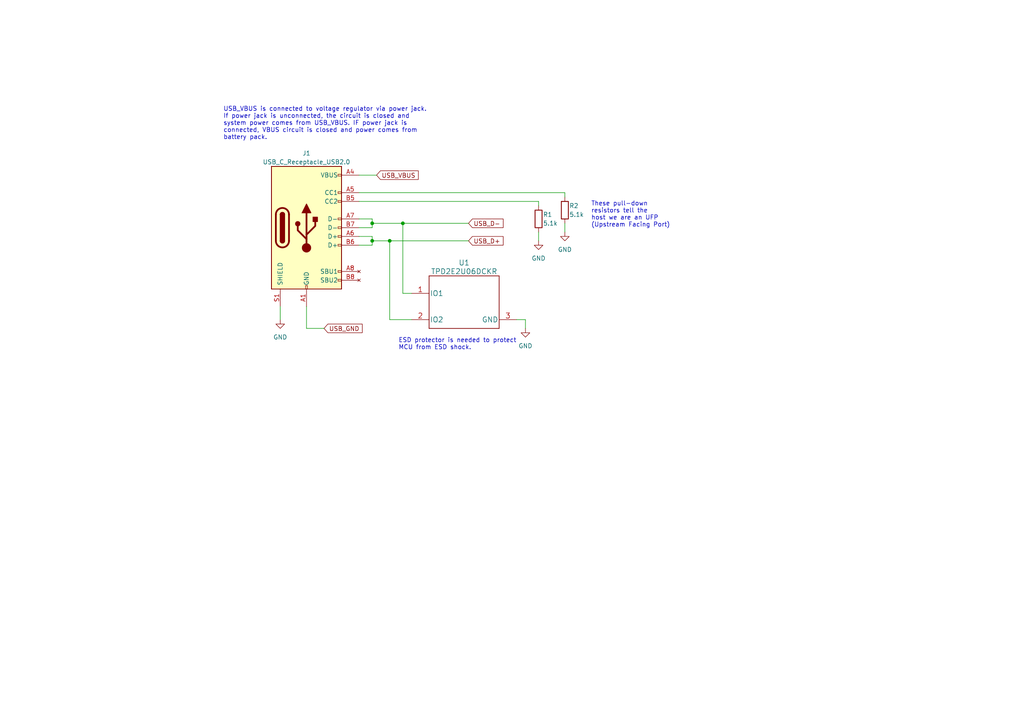
<source format=kicad_sch>
(kicad_sch (version 20230121) (generator eeschema)
  (paper "A4")
  (lib_symbols
    (symbol "Connector:USB_C_Receptacle_USB2.0" (pin_names (offset 1.016))
      (property "Reference" "J3" (at 0 21.59 0))
      (property "Value" "USB_C_Receptacle_USB2.0" (at 0 19.05 0))
      (symbol "USB_C_Receptacle_USB2.0_0_0"
        (rectangle (start -0.254 -17.78) (end 0.254 -16.764))
        (rectangle (start 10.16 -14.986) (end 9.144 -15.494))
        (rectangle (start 10.16 -12.446) (end 9.144 -12.954))
        (rectangle (start 10.16 -4.826) (end 9.144 -5.334))
        (rectangle (start 10.16 -2.286) (end 9.144 -2.794))
        (rectangle (start 10.16 0.254) (end 9.144 -0.254))
        (rectangle (start 10.16 2.794) (end 9.144 2.286))
        (rectangle (start 10.16 7.874) (end 9.144 7.366))
        (rectangle (start 10.16 10.414) (end 9.144 9.906))
        (rectangle (start 10.16 15.494) (end 9.144 14.986))
      )
      (symbol "USB_C_Receptacle_USB2.0_0_1"
        (rectangle (start -10.16 17.78) (end 10.16 -17.78) (stroke (width 0.254)) (fill (type background)))
        (arc (start -8.89 -3.81) (mid -6.985 -5.7067) (end -5.08 -3.81) (stroke (width 0.508)))
        (arc (start -7.62 -3.81) (mid -6.985 -4.4423) (end -6.35 -3.81) (stroke (width 0.254)))
        (arc (start -7.62 -3.81) (mid -6.985 -4.4423) (end -6.35 -3.81) (stroke (width 0.254)) (fill (type outline)))
        (rectangle (start -7.62 -3.81) (end -6.35 3.81) (stroke (width 0.254)) (fill (type outline)))
        (arc (start -6.35 3.81) (mid -6.985 4.4423) (end -7.62 3.81) (stroke (width 0.254)))
        (arc (start -6.35 3.81) (mid -6.985 4.4423) (end -7.62 3.81) (stroke (width 0.254)) (fill (type outline)))
        (arc (start -5.08 3.81) (mid -6.985 5.7067) (end -8.89 3.81) (stroke (width 0.508)))
        (circle (center -2.54 1.143) (radius 0.635) (stroke (width 0.254)) (fill (type outline)))
        (circle (center 0 -5.842) (radius 1.27) (fill (type outline)))
        (polyline (pts (xy -8.89 -3.81) (xy -8.89 3.81)) (stroke (width 0.508)))
        (polyline (pts (xy -5.08 3.81) (xy -5.08 -3.81)) (stroke (width 0.508)))
        (polyline (pts (xy 0 -5.842) (xy 0 4.318)) (stroke (width 0.508)))
        (polyline (pts (xy 0 -3.302) (xy -2.54 -0.762) (xy -2.54 0.508)) (stroke (width 0.508)))
        (polyline (pts (xy 0 -2.032) (xy 2.54 0.508) (xy 2.54 1.778)) (stroke (width 0.508)))
        (polyline (pts (xy -1.27 4.318) (xy 0 6.858) (xy 1.27 4.318) (xy -1.27 4.318)) (stroke (width 0.254)) (fill (type outline)))
        (rectangle (start 1.905 1.778) (end 3.175 3.048) (stroke (width 0.254)) (fill (type outline)))
      )
      (symbol "USB_C_Receptacle_USB2.0_1_1"
        (pin passive line (at 0 -22.86 90) (length 5.08) (name "GND") (number "A1"))
        (pin passive line (at 0 -22.86 90) (length 5.08) hide (name "GND") (number "A12"))
        (pin passive line (at 15.24 15.24 180) (length 5.08) (name "VBUS") (number "A4"))
        (pin bidirectional line (at 15.24 10.16 180) (length 5.08) (name "CC1") (number "A5"))
        (pin bidirectional line (at 15.24 -2.54 180) (length 5.08) (name "D+") (number "A6"))
        (pin bidirectional line (at 15.24 2.54 180) (length 5.08) (name "D-") (number "A7"))
        (pin no_connect line (at 15.24 -12.7 180) (length 5.08) (name "SBU1") (number "A8"))
        (pin passive line (at 15.24 15.24 180) (length 5.08) hide (name "VBUS") (number "A9"))
        (pin passive line (at 0 -22.86 90) (length 5.08) hide (name "GND") (number "B1"))
        (pin passive line (at 0 -22.86 90) (length 5.08) hide (name "GND") (number "B12"))
        (pin passive line (at 15.24 15.24 180) (length 5.08) hide (name "VBUS") (number "B4"))
        (pin bidirectional line (at 15.24 7.62 180) (length 5.08) (name "CC2") (number "B5"))
        (pin bidirectional line (at 15.24 -5.08 180) (length 5.08) (name "D+") (number "B6"))
        (pin bidirectional line (at 15.24 0 180) (length 5.08) (name "D-") (number "B7"))
        (pin no_connect line (at 15.24 -15.24 180) (length 5.08) (name "SBU2") (number "B8"))
        (pin passive line (at 15.24 15.24 180) (length 5.08) hide (name "VBUS") (number "B9"))
        (pin passive line (at -7.62 -22.86 90) (length 5.08) (name "SHIELD") (number "S1"))
      )
    )
    (symbol "Device:R" (pin_numbers hide) (pin_names (offset 0))
      (property "Reference" "R" (at 2.032 0 90))
      (property "Value" "R" (at 0 0 90))
      (symbol "R_0_1"
        (rectangle (start -1.016 -2.54) (end 1.016 2.54) (stroke (width 0.254)))
      )
      (symbol "R_1_1"
        (pin passive line (at 0 3.81 270) (length 1.27) (name "~") (number "1"))
        (pin passive line (at 0 -3.81 90) (length 1.27) (name "~") (number "2"))
      )
    )
    (symbol "TPD2E2U06DCKR:TPD2E2U06DCKR" (pin_names (offset 0.254))
      (property "Reference" "U" (at 0 2.54 0))
      (property "Value" "TPD2E2U06DCKR" (at 0 0 0))
      (symbol "TPD2E2U06DCKR_1_1"
        (polyline (pts (xy 5.08 -10.16) (xy 25.4 -10.16)) (stroke (width 0.2032)))
        (polyline (pts (xy 5.08 5.08) (xy 5.08 -10.16)) (stroke (width 0.2032)))
        (polyline (pts (xy 25.4 -10.16) (xy 25.4 5.08)) (stroke (width 0.2032)))
        (polyline (pts (xy 25.4 5.08) (xy 5.08 5.08)) (stroke (width 0.2032)))
        (pin bidirectional line (at 0 0 0) (length 5.08) (name "IO1") (number "1"))
        (pin bidirectional line (at 0 -7.62 0) (length 5.08) (name "IO2") (number "2"))
        (pin power_in line (at 30.48 -7.62 180) (length 5.08) (name "GND") (number "3"))
      )
    )
    (symbol "power:GND" (power) (pin_names (offset 0))
      (property "Value" "GND" (at 0 -3.81 0))
      (symbol "GND_0_1"
        (polyline (pts (xy 0 0) (xy 0 -1.27) (xy 1.27 -1.27) (xy 0 -2.54) (xy -1.27 -1.27) (xy 0 -1.27)))
      )
      (symbol "GND_1_1"
        (pin power_in line (at 0 0 270) (length 0) hide (name "GND") (number "1"))
      )
    )
  )
  (junction (at 107.95 69.85))
  (junction (at 116.84 64.77))
  (junction (at 107.95 64.77))
  (junction (at 113.03 69.85))
  (wire (pts (xy 163.83 55.88) (xy 163.83 57.15)))
  (wire (pts (xy 107.95 68.58) (xy 107.95 69.85)))
  (wire (pts (xy 109.22 50.8) (xy 104.14 50.8)))
  (wire (pts (xy 107.95 71.12) (xy 104.14 71.12)))
  (wire (pts (xy 116.84 85.09) (xy 116.84 64.77)))
  (wire (pts (xy 88.9 95.25) (xy 93.98 95.25)))
  (wire (pts (xy 107.95 64.77) (xy 107.95 63.5)))
  (wire (pts (xy 104.14 58.42) (xy 156.21 58.42)))
  (wire (pts (xy 107.95 63.5) (xy 104.14 63.5)))
  (wire (pts (xy 104.14 55.88) (xy 163.83 55.88)))
  (wire (pts (xy 104.14 66.04) (xy 107.95 66.04)))
  (wire (pts (xy 107.95 64.77) (xy 116.84 64.77)))
  (wire (pts (xy 119.38 85.09) (xy 116.84 85.09)))
  (wire (pts (xy 135.89 69.85) (xy 113.03 69.85)))
  (wire (pts (xy 81.28 88.9) (xy 81.28 92.71)))
  (wire (pts (xy 152.4 92.71) (xy 152.4 95.25)))
  (wire (pts (xy 163.83 64.77) (xy 163.83 67.31)))
  (wire (pts (xy 104.14 68.58) (xy 107.95 68.58)))
  (wire (pts (xy 113.03 69.85) (xy 107.95 69.85)))
  (wire (pts (xy 156.21 67.31) (xy 156.21 69.85)))
  (wire (pts (xy 156.21 58.42) (xy 156.21 59.69)))
  (wire (pts (xy 116.84 64.77) (xy 135.89 64.77)))
  (wire (pts (xy 149.86 92.71) (xy 152.4 92.71)))
  (wire (pts (xy 107.95 66.04) (xy 107.95 64.77)))
  (wire (pts (xy 113.03 92.71) (xy 113.03 69.85)))
  (wire (pts (xy 88.9 88.9) (xy 88.9 95.25)))
  (wire (pts (xy 119.38 92.71) (xy 113.03 92.71)))
  (wire (pts (xy 107.95 69.85) (xy 107.95 71.12)))
  (text "These pull-down\nresistors tell the\nhost we are an UFP\n(Upstream Facing Port)" (at 171.45 66.04 0) (effects (font (size 1.27 1.27)) (justify left bottom)))
  (text "ESD protector is needed to protect\nMCU from ESD shock." (at 115.57 101.6 0) (effects (font (size 1.27 1.27)) (justify left bottom)))
  (text "USB_VBUS is connected to voltage regulator via power jack.\nIf power jack is unconnected, the circuit is closed and \nsystem power comes from USB_VBUS. IF power jack is \nconnected, VBUS circuit is closed and power comes from\nbattery pack." (at 64.77 40.64 0) (effects (font (size 1.27 1.27)) (justify left bottom)))
  (global_label "USB_D+" (shape input) (at 135.89 69.85 0) (property "Intersheetrefs" "${INTERSHEET_REFS}" (effects hide)))
  (global_label "USB_D-" (shape input) (at 135.89 64.77 0) (property "Intersheetrefs" "${INTERSHEET_REFS}" (effects hide)))
  (global_label "USB_VBUS" (shape input) (at 109.22 50.8 0) (property "Intersheetrefs" "${INTERSHEET_REFS}" (effects hide)))
  (global_label "USB_GND" (shape input) (at 93.98 95.25 0) (property "Intersheetrefs" "${INTERSHEET_REFS}" (effects hide)))
  (symbol (lib_id "power:GND") (at 163.83 67.31 0) (unit 1)
    (property "Reference" "#PWR04" (effects hide))
    (property "Value" "GND" (at 163.83 72.39 0))
  )
  (symbol (lib_id "power:GND") (at 81.28 92.71 0) (unit 1)
    (property "Reference" "#PWR01" (effects hide))
    (property "Value" "GND" (at 81.28 97.79 0))
  )
  (symbol (lib_id "power:GND") (at 152.4 95.25 0) (unit 1)
    (property "Reference" "#PWR02" (effects hide))
    (property "Value" "GND" (at 152.4 100.33 0))
  )
  (symbol (lib_id "Connector:USB_C_Receptacle_USB2.0") (at 88.9 66.04 0) (unit 1)
    (property "Reference" "J1" (at 88.9 44.45 0))
    (property "Value" "USB_C_Receptacle_USB2.0" (at 88.9 46.99 0))
    (property "Datasheet" "https://www.usb.org/sites/default/files/documents/usb_type-c.zip" (effects hide))
  )
  (symbol (lib_id "Device:R") (at 163.83 60.96 0) (unit 1)
    (property "Reference" "R2" (at 165.1 59.69 0) (effects (justify left)))
    (property "Value" "5.1k" (at 165.1 62.23 0) (effects (justify left)))
  )
  (symbol (lib_id "power:GND") (at 156.21 69.85 0) (unit 1)
    (property "Reference" "#PWR03" (effects hide))
    (property "Value" "GND" (at 156.21 74.93 0))
  )
  (symbol (lib_id "Device:R") (at 156.21 63.5 0) (unit 1)
    (property "Reference" "R1" (at 157.48 62.23 0) (effects (justify left)))
    (property "Value" "5.1k" (at 157.48 64.77 0) (effects (justify left)))
  )
  (symbol (lib_id "TPD2E2U06DCKR:TPD2E2U06DCKR") (at 119.38 85.09 0) (unit 1)
    (property "Reference" "U1" (at 134.62 76.2 0) (effects (font (size 1.524 1.524))))
    (property "Value" "TPD2E2U06DCKR" (at 134.62 78.74 0) (effects (font (size 1.524 1.524))))
    (property "Footprint" "DCK0003A-IPC_A" (effects hide))
  )
)
</source>
